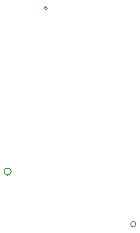
<source format=gto>
G04 #@! TF.GenerationSoftware,KiCad,Pcbnew,5.1.10-88a1d61d58~90~ubuntu20.04.1*
G04 #@! TF.CreationDate,2021-10-26T15:29:24+01:00*
G04 #@! TF.ProjectId,IMU,494d552e-6b69-4636-9164-5f7063625858,rev?*
G04 #@! TF.SameCoordinates,Original*
G04 #@! TF.FileFunction,Legend,Top*
G04 #@! TF.FilePolarity,Positive*
%FSLAX46Y46*%
G04 Gerber Fmt 4.6, Leading zero omitted, Abs format (unit mm)*
G04 Created by KiCad (PCBNEW 5.1.10-88a1d61d58~90~ubuntu20.04.1) date 2021-10-26 15:29:24*
%MOMM*%
%LPD*%
G01*
G04 APERTURE LIST*
%ADD10C,0.120000*%
%ADD11R,0.650000X1.060000*%
%ADD12R,1.060000X0.650000*%
%ADD13R,0.300000X0.500000*%
%ADD14R,0.500000X0.300000*%
%ADD15R,1.000000X1.800000*%
%ADD16R,1.450000X0.450000*%
%ADD17C,2.700000*%
G04 APERTURE END LIST*
D10*
X980000Y-18500000D02*
G75*
G03*
X980000Y-18500000I-300000J0D01*
G01*
X4084420Y-4666080D02*
G75*
G03*
X4084420Y-4666080I-160020J0D01*
G01*
X11560640Y-22928780D02*
G75*
G03*
X11560640Y-22928780I-228840J0D01*
G01*
%LPC*%
G36*
G01*
X3920000Y-8257500D02*
X3920000Y-8602500D01*
G75*
G02*
X3772500Y-8750000I-147500J0D01*
G01*
X3477500Y-8750000D01*
G75*
G02*
X3330000Y-8602500I0J147500D01*
G01*
X3330000Y-8257500D01*
G75*
G02*
X3477500Y-8110000I147500J0D01*
G01*
X3772500Y-8110000D01*
G75*
G02*
X3920000Y-8257500I0J-147500D01*
G01*
G37*
G36*
G01*
X4890000Y-8257500D02*
X4890000Y-8602500D01*
G75*
G02*
X4742500Y-8750000I-147500J0D01*
G01*
X4447500Y-8750000D01*
G75*
G02*
X4300000Y-8602500I0J147500D01*
G01*
X4300000Y-8257500D01*
G75*
G02*
X4447500Y-8110000I147500J0D01*
G01*
X4742500Y-8110000D01*
G75*
G02*
X4890000Y-8257500I0J-147500D01*
G01*
G37*
G36*
G01*
X1840000Y-15032500D02*
X1840000Y-14687500D01*
G75*
G02*
X1987500Y-14540000I147500J0D01*
G01*
X2282500Y-14540000D01*
G75*
G02*
X2430000Y-14687500I0J-147500D01*
G01*
X2430000Y-15032500D01*
G75*
G02*
X2282500Y-15180000I-147500J0D01*
G01*
X1987500Y-15180000D01*
G75*
G02*
X1840000Y-15032500I0J147500D01*
G01*
G37*
G36*
G01*
X2810000Y-15032500D02*
X2810000Y-14687500D01*
G75*
G02*
X2957500Y-14540000I147500J0D01*
G01*
X3252500Y-14540000D01*
G75*
G02*
X3400000Y-14687500I0J-147500D01*
G01*
X3400000Y-15032500D01*
G75*
G02*
X3252500Y-15180000I-147500J0D01*
G01*
X2957500Y-15180000D01*
G75*
G02*
X2810000Y-15032500I0J147500D01*
G01*
G37*
D11*
X1430000Y-18500000D03*
X2380000Y-18500000D03*
X3330000Y-18500000D03*
X3330000Y-16300000D03*
X1430000Y-16300000D03*
X2380000Y-16300000D03*
G36*
G01*
X14322500Y-23200000D02*
X13977500Y-23200000D01*
G75*
G02*
X13830000Y-23052500I0J147500D01*
G01*
X13830000Y-22757500D01*
G75*
G02*
X13977500Y-22610000I147500J0D01*
G01*
X14322500Y-22610000D01*
G75*
G02*
X14470000Y-22757500I0J-147500D01*
G01*
X14470000Y-23052500D01*
G75*
G02*
X14322500Y-23200000I-147500J0D01*
G01*
G37*
G36*
G01*
X14322500Y-24170000D02*
X13977500Y-24170000D01*
G75*
G02*
X13830000Y-24022500I0J147500D01*
G01*
X13830000Y-23727500D01*
G75*
G02*
X13977500Y-23580000I147500J0D01*
G01*
X14322500Y-23580000D01*
G75*
G02*
X14470000Y-23727500I0J-147500D01*
G01*
X14470000Y-24022500D01*
G75*
G02*
X14322500Y-24170000I-147500J0D01*
G01*
G37*
D12*
X4764000Y-13250000D03*
X4764000Y-12300000D03*
X4764000Y-11350000D03*
X2564000Y-11350000D03*
X2564000Y-13250000D03*
G36*
G01*
X11805000Y-8722500D02*
X11805000Y-8377500D01*
G75*
G02*
X11952500Y-8230000I147500J0D01*
G01*
X12247500Y-8230000D01*
G75*
G02*
X12395000Y-8377500I0J-147500D01*
G01*
X12395000Y-8722500D01*
G75*
G02*
X12247500Y-8870000I-147500J0D01*
G01*
X11952500Y-8870000D01*
G75*
G02*
X11805000Y-8722500I0J147500D01*
G01*
G37*
G36*
G01*
X10835000Y-8722500D02*
X10835000Y-8377500D01*
G75*
G02*
X10982500Y-8230000I147500J0D01*
G01*
X11277500Y-8230000D01*
G75*
G02*
X11425000Y-8377500I0J-147500D01*
G01*
X11425000Y-8722500D01*
G75*
G02*
X11277500Y-8870000I-147500J0D01*
G01*
X10982500Y-8870000D01*
G75*
G02*
X10835000Y-8722500I0J147500D01*
G01*
G37*
G36*
G01*
X10930000Y-7357500D02*
X10930000Y-7702500D01*
G75*
G02*
X10782500Y-7850000I-147500J0D01*
G01*
X10487500Y-7850000D01*
G75*
G02*
X10340000Y-7702500I0J147500D01*
G01*
X10340000Y-7357500D01*
G75*
G02*
X10487500Y-7210000I147500J0D01*
G01*
X10782500Y-7210000D01*
G75*
G02*
X10930000Y-7357500I0J-147500D01*
G01*
G37*
G36*
G01*
X11900000Y-7357500D02*
X11900000Y-7702500D01*
G75*
G02*
X11752500Y-7850000I-147500J0D01*
G01*
X11457500Y-7850000D01*
G75*
G02*
X11310000Y-7702500I0J147500D01*
G01*
X11310000Y-7357500D01*
G75*
G02*
X11457500Y-7210000I147500J0D01*
G01*
X11752500Y-7210000D01*
G75*
G02*
X11900000Y-7357500I0J-147500D01*
G01*
G37*
G36*
G01*
X10630000Y-23917500D02*
X10630000Y-24262500D01*
G75*
G02*
X10482500Y-24410000I-147500J0D01*
G01*
X10187500Y-24410000D01*
G75*
G02*
X10040000Y-24262500I0J147500D01*
G01*
X10040000Y-23917500D01*
G75*
G02*
X10187500Y-23770000I147500J0D01*
G01*
X10482500Y-23770000D01*
G75*
G02*
X10630000Y-23917500I0J-147500D01*
G01*
G37*
G36*
G01*
X11600000Y-23917500D02*
X11600000Y-24262500D01*
G75*
G02*
X11452500Y-24410000I-147500J0D01*
G01*
X11157500Y-24410000D01*
G75*
G02*
X11010000Y-24262500I0J147500D01*
G01*
X11010000Y-23917500D01*
G75*
G02*
X11157500Y-23770000I147500J0D01*
G01*
X11452500Y-23770000D01*
G75*
G02*
X11600000Y-23917500I0J-147500D01*
G01*
G37*
G36*
G01*
X2092500Y-4960000D02*
X1747500Y-4960000D01*
G75*
G02*
X1600000Y-4812500I0J147500D01*
G01*
X1600000Y-4517500D01*
G75*
G02*
X1747500Y-4370000I147500J0D01*
G01*
X2092500Y-4370000D01*
G75*
G02*
X2240000Y-4517500I0J-147500D01*
G01*
X2240000Y-4812500D01*
G75*
G02*
X2092500Y-4960000I-147500J0D01*
G01*
G37*
G36*
G01*
X2092500Y-5930000D02*
X1747500Y-5930000D01*
G75*
G02*
X1600000Y-5782500I0J147500D01*
G01*
X1600000Y-5487500D01*
G75*
G02*
X1747500Y-5340000I147500J0D01*
G01*
X2092500Y-5340000D01*
G75*
G02*
X2240000Y-5487500I0J-147500D01*
G01*
X2240000Y-5782500D01*
G75*
G02*
X2092500Y-5930000I-147500J0D01*
G01*
G37*
G36*
G01*
X5342500Y-18830000D02*
X4997500Y-18830000D01*
G75*
G02*
X4850000Y-18682500I0J147500D01*
G01*
X4850000Y-18387500D01*
G75*
G02*
X4997500Y-18240000I147500J0D01*
G01*
X5342500Y-18240000D01*
G75*
G02*
X5490000Y-18387500I0J-147500D01*
G01*
X5490000Y-18682500D01*
G75*
G02*
X5342500Y-18830000I-147500J0D01*
G01*
G37*
G36*
G01*
X5342500Y-19800000D02*
X4997500Y-19800000D01*
G75*
G02*
X4850000Y-19652500I0J147500D01*
G01*
X4850000Y-19357500D01*
G75*
G02*
X4997500Y-19210000I147500J0D01*
G01*
X5342500Y-19210000D01*
G75*
G02*
X5490000Y-19357500I0J-147500D01*
G01*
X5490000Y-19652500D01*
G75*
G02*
X5342500Y-19800000I-147500J0D01*
G01*
G37*
G36*
G01*
X5947500Y-10990000D02*
X6292500Y-10990000D01*
G75*
G02*
X6440000Y-11137500I0J-147500D01*
G01*
X6440000Y-11432500D01*
G75*
G02*
X6292500Y-11580000I-147500J0D01*
G01*
X5947500Y-11580000D01*
G75*
G02*
X5800000Y-11432500I0J147500D01*
G01*
X5800000Y-11137500D01*
G75*
G02*
X5947500Y-10990000I147500J0D01*
G01*
G37*
G36*
G01*
X5947500Y-11960000D02*
X6292500Y-11960000D01*
G75*
G02*
X6440000Y-12107500I0J-147500D01*
G01*
X6440000Y-12402500D01*
G75*
G02*
X6292500Y-12550000I-147500J0D01*
G01*
X5947500Y-12550000D01*
G75*
G02*
X5800000Y-12402500I0J147500D01*
G01*
X5800000Y-12107500D01*
G75*
G02*
X5947500Y-11960000I147500J0D01*
G01*
G37*
D13*
X3298400Y-3982100D03*
X3798400Y-3982100D03*
X4298400Y-3982100D03*
X4798400Y-3982100D03*
X5298400Y-3982100D03*
X5798400Y-3982100D03*
X6298400Y-3982100D03*
X6798400Y-3982100D03*
X7298400Y-3982100D03*
X7798400Y-3982100D03*
X3298400Y-7107100D03*
X3798400Y-7107100D03*
X4298400Y-7107100D03*
X4798400Y-7107100D03*
X5298400Y-7107100D03*
X5798400Y-7107100D03*
X6298400Y-7107100D03*
X6798400Y-7107100D03*
X7298400Y-7107100D03*
X7798400Y-7107100D03*
D14*
X3285900Y-4794600D03*
X3285900Y-5294600D03*
X3285900Y-5794600D03*
X3285900Y-6294600D03*
X7810900Y-4794600D03*
X7810900Y-5294600D03*
X7810900Y-5794600D03*
X7810900Y-6294600D03*
G36*
G01*
X1817500Y-7350000D02*
X2162500Y-7350000D01*
G75*
G02*
X2310000Y-7497500I0J-147500D01*
G01*
X2310000Y-7792500D01*
G75*
G02*
X2162500Y-7940000I-147500J0D01*
G01*
X1817500Y-7940000D01*
G75*
G02*
X1670000Y-7792500I0J147500D01*
G01*
X1670000Y-7497500D01*
G75*
G02*
X1817500Y-7350000I147500J0D01*
G01*
G37*
G36*
G01*
X1817500Y-6380000D02*
X2162500Y-6380000D01*
G75*
G02*
X2310000Y-6527500I0J-147500D01*
G01*
X2310000Y-6822500D01*
G75*
G02*
X2162500Y-6970000I-147500J0D01*
G01*
X1817500Y-6970000D01*
G75*
G02*
X1670000Y-6822500I0J147500D01*
G01*
X1670000Y-6527500D01*
G75*
G02*
X1817500Y-6380000I147500J0D01*
G01*
G37*
G36*
G01*
X1640000Y-3852500D02*
X1640000Y-3507500D01*
G75*
G02*
X1787500Y-3360000I147500J0D01*
G01*
X2082500Y-3360000D01*
G75*
G02*
X2230000Y-3507500I0J-147500D01*
G01*
X2230000Y-3852500D01*
G75*
G02*
X2082500Y-4000000I-147500J0D01*
G01*
X1787500Y-4000000D01*
G75*
G02*
X1640000Y-3852500I0J147500D01*
G01*
G37*
G36*
G01*
X670000Y-3852500D02*
X670000Y-3507500D01*
G75*
G02*
X817500Y-3360000I147500J0D01*
G01*
X1112500Y-3360000D01*
G75*
G02*
X1260000Y-3507500I0J-147500D01*
G01*
X1260000Y-3852500D01*
G75*
G02*
X1112500Y-4000000I-147500J0D01*
G01*
X817500Y-4000000D01*
G75*
G02*
X670000Y-3852500I0J147500D01*
G01*
G37*
D15*
X6225000Y-1850000D03*
X3725000Y-1850000D03*
G36*
G01*
X1750000Y-1467500D02*
X1750000Y-1812500D01*
G75*
G02*
X1602500Y-1960000I-147500J0D01*
G01*
X1307500Y-1960000D01*
G75*
G02*
X1160000Y-1812500I0J147500D01*
G01*
X1160000Y-1467500D01*
G75*
G02*
X1307500Y-1320000I147500J0D01*
G01*
X1602500Y-1320000D01*
G75*
G02*
X1750000Y-1467500I0J-147500D01*
G01*
G37*
G36*
G01*
X2720000Y-1467500D02*
X2720000Y-1812500D01*
G75*
G02*
X2572500Y-1960000I-147500J0D01*
G01*
X2277500Y-1960000D01*
G75*
G02*
X2130000Y-1812500I0J147500D01*
G01*
X2130000Y-1467500D01*
G75*
G02*
X2277500Y-1320000I147500J0D01*
G01*
X2572500Y-1320000D01*
G75*
G02*
X2720000Y-1467500I0J-147500D01*
G01*
G37*
G36*
G01*
X7377500Y-2270000D02*
X7722500Y-2270000D01*
G75*
G02*
X7870000Y-2417500I0J-147500D01*
G01*
X7870000Y-2712500D01*
G75*
G02*
X7722500Y-2860000I-147500J0D01*
G01*
X7377500Y-2860000D01*
G75*
G02*
X7230000Y-2712500I0J147500D01*
G01*
X7230000Y-2417500D01*
G75*
G02*
X7377500Y-2270000I147500J0D01*
G01*
G37*
G36*
G01*
X7377500Y-1300000D02*
X7722500Y-1300000D01*
G75*
G02*
X7870000Y-1447500I0J-147500D01*
G01*
X7870000Y-1742500D01*
G75*
G02*
X7722500Y-1890000I-147500J0D01*
G01*
X7377500Y-1890000D01*
G75*
G02*
X7230000Y-1742500I0J147500D01*
G01*
X7230000Y-1447500D01*
G75*
G02*
X7377500Y-1300000I147500J0D01*
G01*
G37*
D16*
X6680000Y-22915000D03*
X6680000Y-22265000D03*
X6680000Y-21615000D03*
X6680000Y-20965000D03*
X6680000Y-20315000D03*
X6680000Y-19665000D03*
X6680000Y-19015000D03*
X6680000Y-18365000D03*
X6680000Y-17715000D03*
X6680000Y-17065000D03*
X12580000Y-17065000D03*
X12580000Y-17715000D03*
X12580000Y-18365000D03*
X12580000Y-19015000D03*
X12580000Y-19665000D03*
X12580000Y-20315000D03*
X12580000Y-20965000D03*
X12580000Y-21615000D03*
X12580000Y-22265000D03*
X12580000Y-22915000D03*
G36*
G01*
X1312500Y-14180000D02*
X967500Y-14180000D01*
G75*
G02*
X820000Y-14032500I0J147500D01*
G01*
X820000Y-13737500D01*
G75*
G02*
X967500Y-13590000I147500J0D01*
G01*
X1312500Y-13590000D01*
G75*
G02*
X1460000Y-13737500I0J-147500D01*
G01*
X1460000Y-14032500D01*
G75*
G02*
X1312500Y-14180000I-147500J0D01*
G01*
G37*
G36*
G01*
X1312500Y-15150000D02*
X967500Y-15150000D01*
G75*
G02*
X820000Y-15002500I0J147500D01*
G01*
X820000Y-14707500D01*
G75*
G02*
X967500Y-14560000I147500J0D01*
G01*
X1312500Y-14560000D01*
G75*
G02*
X1460000Y-14707500I0J-147500D01*
G01*
X1460000Y-15002500D01*
G75*
G02*
X1312500Y-15150000I-147500J0D01*
G01*
G37*
D17*
X2500000Y-22500000D03*
X12500000Y-2500000D03*
G36*
G01*
X1336500Y-13080000D02*
X991500Y-13080000D01*
G75*
G02*
X844000Y-12932500I0J147500D01*
G01*
X844000Y-12637500D01*
G75*
G02*
X991500Y-12490000I147500J0D01*
G01*
X1336500Y-12490000D01*
G75*
G02*
X1484000Y-12637500I0J-147500D01*
G01*
X1484000Y-12932500D01*
G75*
G02*
X1336500Y-13080000I-147500J0D01*
G01*
G37*
G36*
G01*
X1336500Y-12110000D02*
X991500Y-12110000D01*
G75*
G02*
X844000Y-11962500I0J147500D01*
G01*
X844000Y-11667500D01*
G75*
G02*
X991500Y-11520000I147500J0D01*
G01*
X1336500Y-11520000D01*
G75*
G02*
X1484000Y-11667500I0J-147500D01*
G01*
X1484000Y-11962500D01*
G75*
G02*
X1336500Y-12110000I-147500J0D01*
G01*
G37*
M02*

</source>
